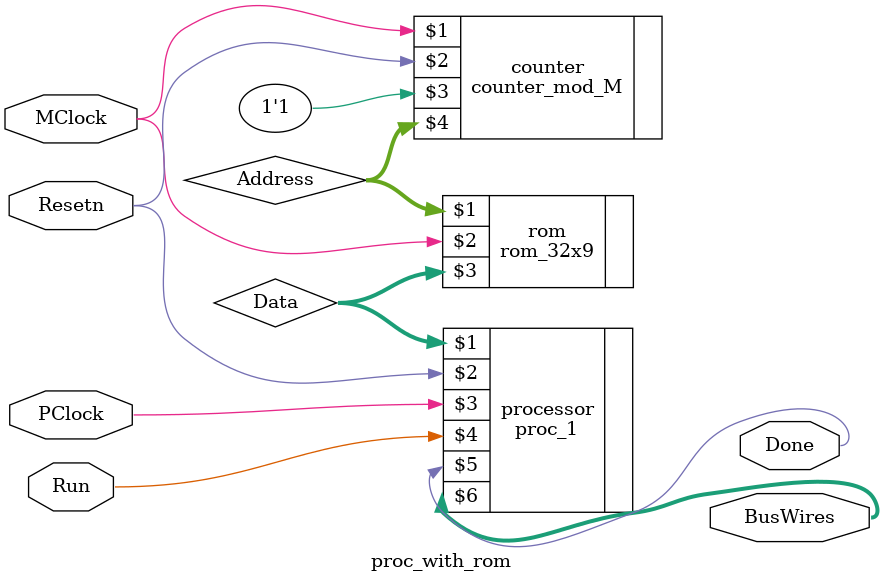
<source format=v>
module proc_with_rom(
	input Run,
	input Resetn,
	input MClock,
	input PClock,
	output [8:0] BusWires,
	output Done);
	
	counter_mod_M #(32) counter(MClock, Resetn, 1'b1, Address);
	
	wire [4:0] Address;
	wire [8:0] Data;
	
	rom_32x9 rom(Address, MClock, Data);
	proc_1 processor(Data, Resetn, PClock, Run, Done, BusWires);

	
endmodule
</source>
